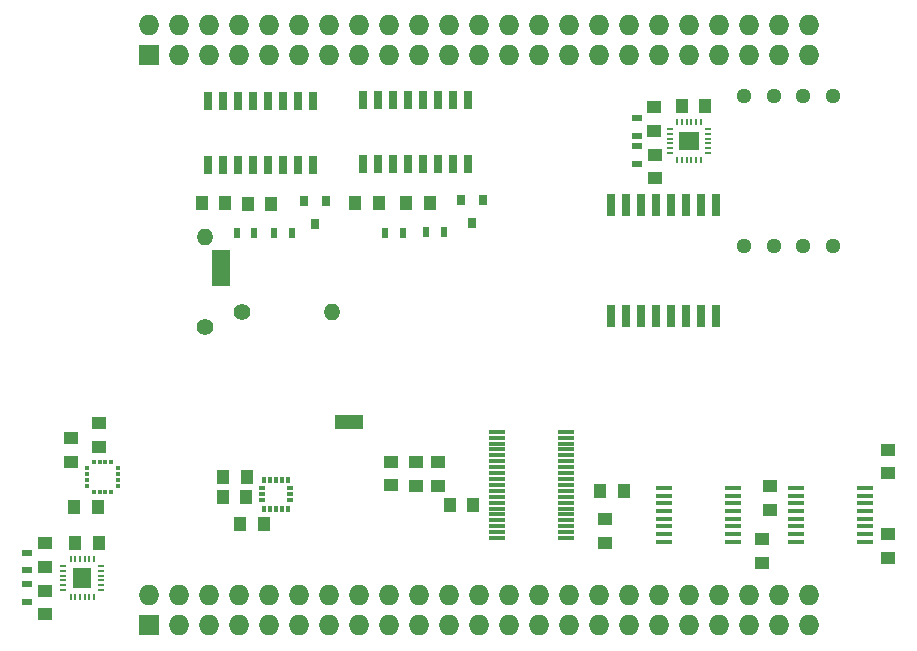
<source format=gbr>
G04 #@! TF.GenerationSoftware,KiCad,Pcbnew,(5.0.0)*
G04 #@! TF.CreationDate,2018-11-04T22:59:11-02:00*
G04 #@! TF.ProjectId,Cape_Beaglebone,436170655F426561676C65626F6E652E,rev?*
G04 #@! TF.SameCoordinates,Original*
G04 #@! TF.FileFunction,Soldermask,Bot*
G04 #@! TF.FilePolarity,Negative*
%FSLAX46Y46*%
G04 Gerber Fmt 4.6, Leading zero omitted, Abs format (unit mm)*
G04 Created by KiCad (PCBNEW (5.0.0)) date 11/04/18 22:59:11*
%MOMM*%
%LPD*%
G01*
G04 APERTURE LIST*
%ADD10R,1.524000X1.524000*%
%ADD11O,1.400000X1.400000*%
%ADD12C,1.400000*%
%ADD13R,1.727200X1.727200*%
%ADD14O,1.727200X1.727200*%
%ADD15R,0.300000X0.450000*%
%ADD16R,0.450000X0.300000*%
%ADD17R,0.700000X1.550000*%
%ADD18R,1.475000X0.450000*%
%ADD19R,1.475000X0.300000*%
%ADD20R,0.300000X0.550000*%
%ADD21R,0.550000X0.300000*%
%ADD22R,1.590000X1.750000*%
%ADD23R,0.600000X0.200000*%
%ADD24R,0.200000X0.600000*%
%ADD25R,0.650000X1.925000*%
%ADD26C,1.280000*%
%ADD27R,1.250000X1.250000*%
%ADD28R,1.250000X1.000000*%
%ADD29R,1.000000X1.250000*%
%ADD30R,1.750000X1.590000*%
%ADD31R,0.800000X0.900000*%
%ADD32R,0.500000X0.900000*%
%ADD33R,0.900000X0.500000*%
G04 APERTURE END LIST*
D10*
G04 #@! TO.C,NT2*
X134900000Y-70400000D03*
X134900000Y-68876000D03*
G04 #@! TD*
D11*
G04 #@! TO.C,L2*
X133500000Y-66980000D03*
D12*
X133500000Y-74600000D03*
G04 #@! TD*
D13*
G04 #@! TO.C,P8*
X128736296Y-99876004D03*
D14*
X128736296Y-97336004D03*
X131276296Y-99876004D03*
X131276296Y-97336004D03*
X133816296Y-99876004D03*
X133816296Y-97336004D03*
X136356296Y-99876004D03*
X136356296Y-97336004D03*
X138896296Y-99876004D03*
X138896296Y-97336004D03*
X141436296Y-99876004D03*
X141436296Y-97336004D03*
X143976296Y-99876004D03*
X143976296Y-97336004D03*
X146516296Y-99876004D03*
X146516296Y-97336004D03*
X149056296Y-99876004D03*
X149056296Y-97336004D03*
X151596296Y-99876004D03*
X151596296Y-97336004D03*
X154136296Y-99876004D03*
X154136296Y-97336004D03*
X156676296Y-99876004D03*
X156676296Y-97336004D03*
X159216296Y-99876004D03*
X159216296Y-97336004D03*
X161756296Y-99876004D03*
X161756296Y-97336004D03*
X164296296Y-99876004D03*
X164296296Y-97336004D03*
X166836296Y-99876004D03*
X166836296Y-97336004D03*
X169376296Y-99876004D03*
X169376296Y-97336004D03*
X171916296Y-99876004D03*
X171916296Y-97336004D03*
X174456296Y-99876004D03*
X174456296Y-97336004D03*
X176996296Y-99876004D03*
X176996296Y-97336004D03*
X179536296Y-99876004D03*
X179536296Y-97336004D03*
X182076296Y-99876004D03*
X182076296Y-97336004D03*
X184616296Y-99876004D03*
X184616296Y-97336004D03*
G04 #@! TD*
D12*
G04 #@! TO.C,L1*
X136661096Y-73371104D03*
D11*
X144281096Y-73371104D03*
G04 #@! TD*
D15*
G04 #@! TO.C,IC10*
X125587896Y-88585004D03*
X125087896Y-88585004D03*
X124587896Y-88585004D03*
X124087896Y-88585004D03*
D16*
X123562896Y-88060004D03*
X123562896Y-87560004D03*
X123562896Y-87060004D03*
X123562896Y-86560004D03*
D15*
X124087896Y-86035004D03*
X124587896Y-86035004D03*
X125087896Y-86035004D03*
X125587896Y-86035004D03*
D16*
X126112896Y-86560004D03*
X126112896Y-87060004D03*
X126112896Y-87560004D03*
X126112896Y-88060004D03*
G04 #@! TD*
D17*
G04 #@! TO.C,IC4*
X155743065Y-55386871D03*
X154473065Y-55386871D03*
X153203065Y-55386871D03*
X151933065Y-55386871D03*
X150663065Y-55386871D03*
X149393065Y-55386871D03*
X148123065Y-55386871D03*
X146853065Y-55386871D03*
X146853065Y-60836871D03*
X148123065Y-60836871D03*
X149393065Y-60836871D03*
X150663065Y-60836871D03*
X151933065Y-60836871D03*
X153203065Y-60836871D03*
X154473065Y-60836871D03*
X155743065Y-60836871D03*
G04 #@! TD*
D18*
G04 #@! TO.C,IC6*
X183557896Y-92791104D03*
X183557896Y-92141104D03*
X183557896Y-91491104D03*
X183557896Y-90841104D03*
X183557896Y-90191104D03*
X183557896Y-89541104D03*
X183557896Y-88891104D03*
X183557896Y-88241104D03*
X189433896Y-88241104D03*
X189433896Y-88891104D03*
X189433896Y-89541104D03*
X189433896Y-90191104D03*
X189433896Y-90841104D03*
X189433896Y-91491104D03*
X189433896Y-92141104D03*
X189433896Y-92791104D03*
G04 #@! TD*
D19*
G04 #@! TO.C,IC12*
X158206296Y-92492004D03*
X158206296Y-91992004D03*
X158206296Y-91492004D03*
X158206296Y-90992004D03*
X158206296Y-90492004D03*
X158206296Y-89992004D03*
X158206296Y-89492004D03*
X158206296Y-88992004D03*
X158206296Y-88492004D03*
X158206296Y-87992004D03*
X158206296Y-87492004D03*
X158206296Y-86992004D03*
X158206296Y-86492004D03*
X158206296Y-85992004D03*
X158206296Y-85492004D03*
X158206296Y-84992004D03*
X158206296Y-84492004D03*
X158206296Y-83992004D03*
X158206296Y-83492004D03*
X164082296Y-83492004D03*
X164082296Y-83992004D03*
X164082296Y-84492004D03*
X164082296Y-84992004D03*
X164082296Y-85492004D03*
X164082296Y-85992004D03*
X164082296Y-86492004D03*
X164082296Y-86992004D03*
X164082296Y-87492004D03*
X164082296Y-87992004D03*
X164082296Y-88492004D03*
X164082296Y-88992004D03*
X164082296Y-89492004D03*
X164082296Y-89992004D03*
X164082296Y-90492004D03*
X164082296Y-90992004D03*
X164082296Y-91492004D03*
X164082296Y-91992004D03*
X164082296Y-92492004D03*
G04 #@! TD*
D20*
G04 #@! TO.C,IC13*
X138531096Y-87591704D03*
X139031096Y-87591704D03*
X139531096Y-87591704D03*
X140031096Y-87591704D03*
X140531096Y-87591704D03*
D21*
X140731096Y-88291704D03*
X140731096Y-88791704D03*
X140731096Y-89291704D03*
D20*
X140531096Y-89991704D03*
X140031096Y-89991704D03*
X139531096Y-89991704D03*
X139031096Y-89991704D03*
X138531096Y-89991704D03*
D21*
X138331096Y-89291704D03*
X138331096Y-88791704D03*
X138331096Y-88291704D03*
G04 #@! TD*
D22*
G04 #@! TO.C,IC8*
X123129496Y-95875604D03*
D23*
X124729496Y-96875604D03*
X124729496Y-96475604D03*
X124729496Y-96075604D03*
X124729496Y-95675604D03*
X124729496Y-95275604D03*
X124729496Y-94875604D03*
D24*
X124129496Y-94275604D03*
X123729496Y-94275604D03*
X123329496Y-94275604D03*
X122929496Y-94275604D03*
X122529496Y-94275604D03*
X122129496Y-94275604D03*
D23*
X121529496Y-94875604D03*
X121529496Y-95275604D03*
X121529496Y-95675604D03*
X121529496Y-96075604D03*
X121529496Y-96475604D03*
X121529496Y-96875604D03*
D24*
X122129496Y-97475604D03*
X122529496Y-97475604D03*
X122929496Y-97475604D03*
X123329496Y-97475604D03*
X123729496Y-97475604D03*
X124129496Y-97475604D03*
G04 #@! TD*
D25*
G04 #@! TO.C,IC3*
X176794995Y-64304104D03*
X175524995Y-64304104D03*
X174254995Y-64304104D03*
X172984995Y-64304104D03*
X171714995Y-64304104D03*
X170444995Y-64304104D03*
X169174995Y-64304104D03*
X167904995Y-64304104D03*
X167904995Y-73728104D03*
X169174995Y-73728104D03*
X170444995Y-73728104D03*
X171714995Y-73728104D03*
X172984995Y-73728104D03*
X174254995Y-73728104D03*
X175524995Y-73728104D03*
X176794995Y-73728104D03*
G04 #@! TD*
D26*
G04 #@! TO.C,U1*
X186665896Y-67801604D03*
X184165896Y-67801604D03*
X181665896Y-67801604D03*
X179165896Y-67801604D03*
X179165896Y-55101604D03*
X181665896Y-55101604D03*
X184165896Y-55101604D03*
X186665896Y-55101604D03*
G04 #@! TD*
D27*
G04 #@! TO.C,NT1*
X146300396Y-82642104D03*
X145093896Y-82642104D03*
G04 #@! TD*
D28*
G04 #@! TO.C,C24*
X153234596Y-88064904D03*
X153234596Y-86064904D03*
G04 #@! TD*
D13*
G04 #@! TO.C,P9*
X128736296Y-51616004D03*
D14*
X128736296Y-49076004D03*
X131276296Y-51616004D03*
X131276296Y-49076004D03*
X133816296Y-51616004D03*
X133816296Y-49076004D03*
X136356296Y-51616004D03*
X136356296Y-49076004D03*
X138896296Y-51616004D03*
X138896296Y-49076004D03*
X141436296Y-51616004D03*
X141436296Y-49076004D03*
X143976296Y-51616004D03*
X143976296Y-49076004D03*
X146516296Y-51616004D03*
X146516296Y-49076004D03*
X149056296Y-51616004D03*
X149056296Y-49076004D03*
X151596296Y-51616004D03*
X151596296Y-49076004D03*
X154136296Y-51616004D03*
X154136296Y-49076004D03*
X156676296Y-51616004D03*
X156676296Y-49076004D03*
X159216296Y-51616004D03*
X159216296Y-49076004D03*
X161756296Y-51616004D03*
X161756296Y-49076004D03*
X164296296Y-51616004D03*
X164296296Y-49076004D03*
X166836296Y-51616004D03*
X166836296Y-49076004D03*
X169376296Y-51616004D03*
X169376296Y-49076004D03*
X171916296Y-51616004D03*
X171916296Y-49076004D03*
X174456296Y-51616004D03*
X174456296Y-49076004D03*
X176996296Y-51616004D03*
X176996296Y-49076004D03*
X179536296Y-51616004D03*
X179536296Y-49076004D03*
X182076296Y-51616004D03*
X182076296Y-49076004D03*
X184616296Y-51616004D03*
X184616296Y-49076004D03*
G04 #@! TD*
D29*
G04 #@! TO.C,C1*
X139118896Y-64170104D03*
X137118896Y-64170104D03*
G04 #@! TD*
D28*
G04 #@! TO.C,C2*
X171573396Y-60036104D03*
X171573396Y-62036104D03*
G04 #@! TD*
D29*
G04 #@! TO.C,C3*
X133238896Y-64150104D03*
X135238896Y-64150104D03*
G04 #@! TD*
D28*
G04 #@! TO.C,C4*
X171509896Y-58004104D03*
X171509896Y-56004104D03*
G04 #@! TD*
D29*
G04 #@! TO.C,C5*
X173859396Y-55908604D03*
X175859396Y-55908604D03*
G04 #@! TD*
G04 #@! TO.C,C6*
X150568065Y-64100104D03*
X152568065Y-64100104D03*
G04 #@! TD*
G04 #@! TO.C,C7*
X148236896Y-64100104D03*
X146236896Y-64100104D03*
G04 #@! TD*
D28*
G04 #@! TO.C,C10*
X191321896Y-92167104D03*
X191321896Y-94167104D03*
G04 #@! TD*
G04 #@! TO.C,C11*
X191300000Y-87000000D03*
X191300000Y-85000000D03*
G04 #@! TD*
G04 #@! TO.C,C12*
X180640000Y-92610000D03*
X180640000Y-94610000D03*
G04 #@! TD*
G04 #@! TO.C,C13*
X181390496Y-90093704D03*
X181390496Y-88093704D03*
G04 #@! TD*
G04 #@! TO.C,C14*
X119979896Y-96955104D03*
X119979896Y-98955104D03*
G04 #@! TD*
G04 #@! TO.C,C15*
X119979896Y-94923104D03*
X119979896Y-92923104D03*
G04 #@! TD*
D29*
G04 #@! TO.C,C16*
X124535896Y-92891104D03*
X122535896Y-92891104D03*
G04 #@! TD*
G04 #@! TO.C,C19*
X122453496Y-89877104D03*
X124453496Y-89877104D03*
G04 #@! TD*
D28*
G04 #@! TO.C,C20*
X149284896Y-86010904D03*
X149284896Y-88010904D03*
G04 #@! TD*
G04 #@! TO.C,C21*
X122167496Y-86051104D03*
X122167496Y-84051104D03*
G04 #@! TD*
D29*
G04 #@! TO.C,C25*
X156233896Y-89696104D03*
X154233896Y-89696104D03*
G04 #@! TD*
D28*
G04 #@! TO.C,C26*
X151377996Y-86064904D03*
X151377996Y-88064904D03*
G04 #@! TD*
G04 #@! TO.C,C27*
X124580496Y-84781104D03*
X124580496Y-82781104D03*
G04 #@! TD*
D29*
G04 #@! TO.C,C28*
X135022596Y-89033004D03*
X137022596Y-89033004D03*
G04 #@! TD*
D28*
G04 #@! TO.C,C29*
X167344296Y-90913104D03*
X167344296Y-92913104D03*
G04 #@! TD*
D29*
G04 #@! TO.C,C30*
X168953896Y-88484104D03*
X166953896Y-88484104D03*
G04 #@! TD*
G04 #@! TO.C,C31*
X136510000Y-91330000D03*
X138510000Y-91330000D03*
G04 #@! TD*
G04 #@! TO.C,C32*
X137038596Y-87356604D03*
X135038596Y-87356604D03*
G04 #@! TD*
D30*
G04 #@! TO.C,IC1*
X174502076Y-58878624D03*
D23*
X176102076Y-59878624D03*
X176102076Y-59478624D03*
X176102076Y-59078624D03*
X176102076Y-58678624D03*
X176102076Y-58278624D03*
X176102076Y-57878624D03*
D24*
X175502076Y-57278624D03*
X175102076Y-57278624D03*
X174702076Y-57278624D03*
X174302076Y-57278624D03*
X173902076Y-57278624D03*
X173502076Y-57278624D03*
D23*
X172902076Y-57878624D03*
X172902076Y-58278624D03*
X172902076Y-58678624D03*
X172902076Y-59078624D03*
X172902076Y-59478624D03*
X172902076Y-59878624D03*
D24*
X173502076Y-60478624D03*
X173902076Y-60478624D03*
X174302076Y-60478624D03*
X174702076Y-60478624D03*
X175102076Y-60478624D03*
X175502076Y-60478624D03*
G04 #@! TD*
D17*
G04 #@! TO.C,IC2*
X142682088Y-60916113D03*
X141412088Y-60916113D03*
X140142088Y-60916113D03*
X138872088Y-60916113D03*
X137602088Y-60916113D03*
X136332088Y-60916113D03*
X135062088Y-60916113D03*
X133792088Y-60916113D03*
X133792088Y-55466113D03*
X135062088Y-55466113D03*
X136332088Y-55466113D03*
X137602088Y-55466113D03*
X138872088Y-55466113D03*
X140142088Y-55466113D03*
X141412088Y-55466113D03*
X142682088Y-55466113D03*
G04 #@! TD*
D18*
G04 #@! TO.C,IC7*
X178257896Y-92791104D03*
X178257896Y-92141104D03*
X178257896Y-91491104D03*
X178257896Y-90841104D03*
X178257896Y-90191104D03*
X178257896Y-89541104D03*
X178257896Y-88891104D03*
X178257896Y-88241104D03*
X172381896Y-88241104D03*
X172381896Y-88891104D03*
X172381896Y-89541104D03*
X172381896Y-90191104D03*
X172381896Y-90841104D03*
X172381896Y-91491104D03*
X172381896Y-92141104D03*
X172381896Y-92791104D03*
G04 #@! TD*
D31*
G04 #@! TO.C,Q1*
X141878896Y-63920104D03*
X143778896Y-63920104D03*
X142828896Y-65920104D03*
G04 #@! TD*
G04 #@! TO.C,Q2*
X156142896Y-65846104D03*
X157092896Y-63846104D03*
X155192896Y-63846104D03*
G04 #@! TD*
D32*
G04 #@! TO.C,R1*
X139338896Y-66690104D03*
X140838896Y-66690104D03*
G04 #@! TD*
G04 #@! TO.C,R2*
X136188896Y-66690104D03*
X137688896Y-66690104D03*
G04 #@! TD*
D33*
G04 #@! TO.C,R3*
X170049396Y-59326744D03*
X170049396Y-60826744D03*
G04 #@! TD*
G04 #@! TO.C,R4*
X170067176Y-58444224D03*
X170067176Y-56944224D03*
G04 #@! TD*
D32*
G04 #@! TO.C,R5*
X153748896Y-66620104D03*
X152248896Y-66620104D03*
G04 #@! TD*
G04 #@! TO.C,R6*
X148788896Y-66640104D03*
X150288896Y-66640104D03*
G04 #@! TD*
D33*
G04 #@! TO.C,R13*
X118460976Y-96390524D03*
X118460976Y-97890524D03*
G04 #@! TD*
G04 #@! TO.C,R14*
X118455896Y-95227904D03*
X118455896Y-93727904D03*
G04 #@! TD*
M02*

</source>
